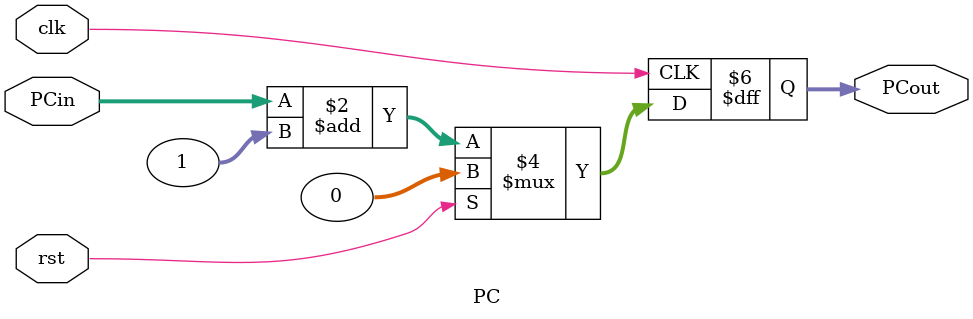
<source format=v>
module PC(rst, clk, PCin, PCout);
	input clk, rst;
	input [31:0] PCin;
	output reg [31:0] PCout;
	always @(posedge clk) begin
		if (rst) PCout <= 0;
		else 
			PCout <= PCin + 1;
	end
endmodule
</source>
